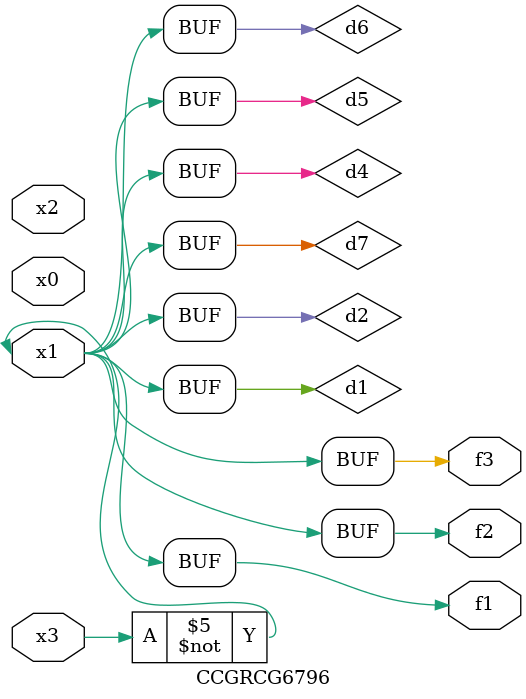
<source format=v>
module CCGRCG6796(
	input x0, x1, x2, x3,
	output f1, f2, f3
);

	wire d1, d2, d3, d4, d5, d6, d7;

	not (d1, x3);
	buf (d2, x1);
	xnor (d3, d1, d2);
	nor (d4, d1);
	buf (d5, d1, d2);
	buf (d6, d4, d5);
	nand (d7, d4);
	assign f1 = d6;
	assign f2 = d7;
	assign f3 = d6;
endmodule

</source>
